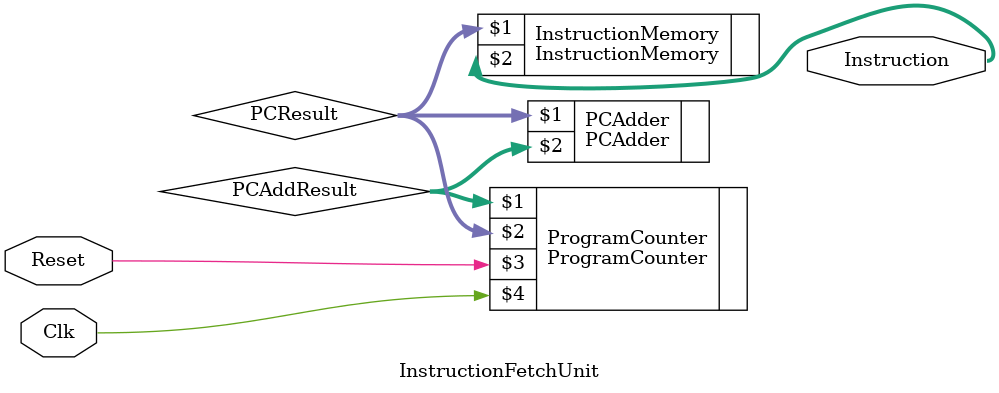
<source format=v>
`timescale 1ns / 1ps


module InstructionFetchUnit(Instruction, Reset, Clk);

    input Reset, Clk;
    output [31:0] Instruction;
    
    wire [31:0] PCResult;
    wire [31:0] PCAddResult;
    
    PCAdder PCAdder(PCResult, PCAddResult);
    ProgramCounter ProgramCounter(PCAddResult, PCResult, Reset, Clk);
    InstructionMemory InstructionMemory(PCResult, Instruction); 

    /* Please fill in the implementation here... */
endmodule


</source>
